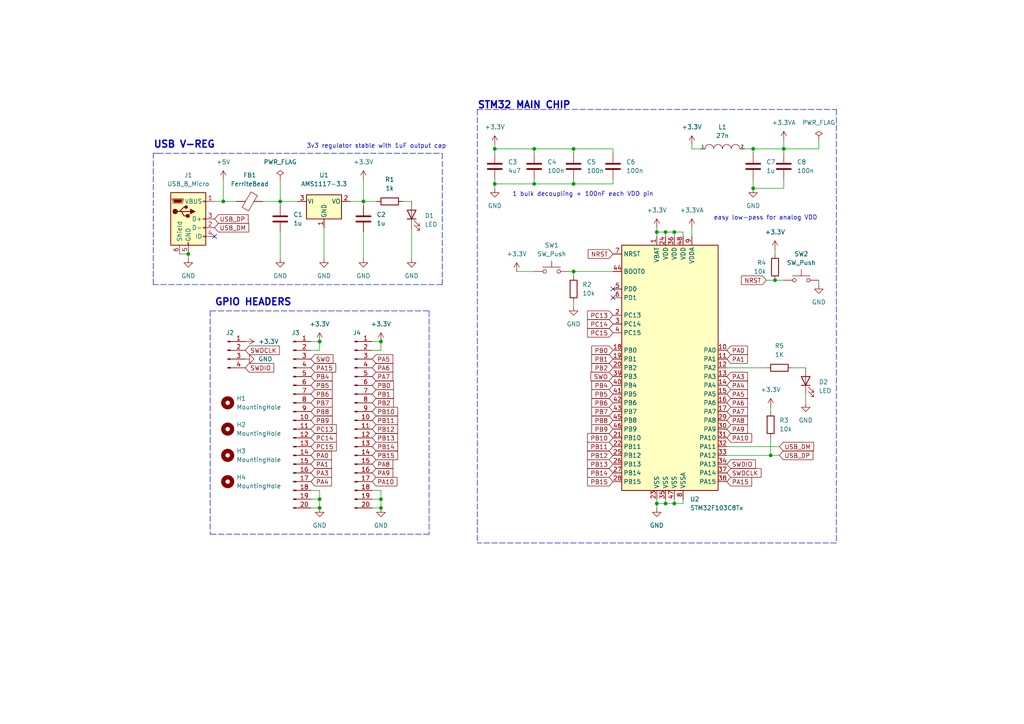
<source format=kicad_sch>
(kicad_sch (version 20211123) (generator eeschema)
  (paper "A4")
  (lib_symbols
    (symbol "Connector:Conn_01x04_Male" (pin_names (offset 1.016) hide)
      (property "Reference" "J" (at 0 5.08 0))
      (property "Value" "Conn_01x04_Male" (at 0 -7.62 0))
      (symbol "Conn_01x04_Male_1_1"
        (polyline (pts (xy 1.27 -5.08) (xy 0.8636 -5.08)) (stroke (width 0.1524)))
        (polyline (pts (xy 1.27 -2.54) (xy 0.8636 -2.54)) (stroke (width 0.1524)))
        (polyline (pts (xy 1.27 0) (xy 0.8636 0)) (stroke (width 0.1524)))
        (polyline (pts (xy 1.27 2.54) (xy 0.8636 2.54)) (stroke (width 0.1524)))
        (rectangle (start 0.8636 -4.953) (end 0 -5.207) (stroke (width 0.1524)) (fill (type outline)))
        (rectangle (start 0.8636 -2.413) (end 0 -2.667) (stroke (width 0.1524)) (fill (type outline)))
        (rectangle (start 0.8636 0.127) (end 0 -0.127) (stroke (width 0.1524)) (fill (type outline)))
        (rectangle (start 0.8636 2.667) (end 0 2.413) (stroke (width 0.1524)) (fill (type outline)))
        (pin passive line (at 5.08 2.54 180) (length 3.81) (name "Pin_1") (number "1"))
        (pin passive line (at 5.08 0 180) (length 3.81) (name "Pin_2") (number "2"))
        (pin passive line (at 5.08 -2.54 180) (length 3.81) (name "Pin_3") (number "3"))
        (pin passive line (at 5.08 -5.08 180) (length 3.81) (name "Pin_4") (number "4"))
      )
    )
    (symbol "Connector:Conn_01x20_Male" (pin_names (offset 1.016) hide)
      (property "Reference" "J" (at 0 25.4 0))
      (property "Value" "Conn_01x20_Male" (at 0 -27.94 0))
      (symbol "Conn_01x20_Male_1_1"
        (polyline (pts (xy 1.27 -25.4) (xy 0.8636 -25.4)) (stroke (width 0.1524)))
        (polyline (pts (xy 1.27 -22.86) (xy 0.8636 -22.86)) (stroke (width 0.1524)))
        (polyline (pts (xy 1.27 -20.32) (xy 0.8636 -20.32)) (stroke (width 0.1524)))
        (polyline (pts (xy 1.27 -17.78) (xy 0.8636 -17.78)) (stroke (width 0.1524)))
        (polyline (pts (xy 1.27 -15.24) (xy 0.8636 -15.24)) (stroke (width 0.1524)))
        (polyline (pts (xy 1.27 -12.7) (xy 0.8636 -12.7)) (stroke (width 0.1524)))
        (polyline (pts (xy 1.27 -10.16) (xy 0.8636 -10.16)) (stroke (width 0.1524)))
        (polyline (pts (xy 1.27 -7.62) (xy 0.8636 -7.62)) (stroke (width 0.1524)))
        (polyline (pts (xy 1.27 -5.08) (xy 0.8636 -5.08)) (stroke (width 0.1524)))
        (polyline (pts (xy 1.27 -2.54) (xy 0.8636 -2.54)) (stroke (width 0.1524)))
        (polyline (pts (xy 1.27 0) (xy 0.8636 0)) (stroke (width 0.1524)))
        (polyline (pts (xy 1.27 2.54) (xy 0.8636 2.54)) (stroke (width 0.1524)))
        (polyline (pts (xy 1.27 5.08) (xy 0.8636 5.08)) (stroke (width 0.1524)))
        (polyline (pts (xy 1.27 7.62) (xy 0.8636 7.62)) (stroke (width 0.1524)))
        (polyline (pts (xy 1.27 10.16) (xy 0.8636 10.16)) (stroke (width 0.1524)))
        (polyline (pts (xy 1.27 12.7) (xy 0.8636 12.7)) (stroke (width 0.1524)))
        (polyline (pts (xy 1.27 15.24) (xy 0.8636 15.24)) (stroke (width 0.1524)))
        (polyline (pts (xy 1.27 17.78) (xy 0.8636 17.78)) (stroke (width 0.1524)))
        (polyline (pts (xy 1.27 20.32) (xy 0.8636 20.32)) (stroke (width 0.1524)))
        (polyline (pts (xy 1.27 22.86) (xy 0.8636 22.86)) (stroke (width 0.1524)))
        (rectangle (start 0.8636 -25.273) (end 0 -25.527) (stroke (width 0.1524)) (fill (type outline)))
        (rectangle (start 0.8636 -22.733) (end 0 -22.987) (stroke (width 0.1524)) (fill (type outline)))
        (rectangle (start 0.8636 -20.193) (end 0 -20.447) (stroke (width 0.1524)) (fill (type outline)))
        (rectangle (start 0.8636 -17.653) (end 0 -17.907) (stroke (width 0.1524)) (fill (type outline)))
        (rectangle (start 0.8636 -15.113) (end 0 -15.367) (stroke (width 0.1524)) (fill (type outline)))
        (rectangle (start 0.8636 -12.573) (end 0 -12.827) (stroke (width 0.1524)) (fill (type outline)))
        (rectangle (start 0.8636 -10.033) (end 0 -10.287) (stroke (width 0.1524)) (fill (type outline)))
        (rectangle (start 0.8636 -7.493) (end 0 -7.747) (stroke (width 0.1524)) (fill (type outline)))
        (rectangle (start 0.8636 -4.953) (end 0 -5.207) (stroke (width 0.1524)) (fill (type outline)))
        (rectangle (start 0.8636 -2.413) (end 0 -2.667) (stroke (width 0.1524)) (fill (type outline)))
        (rectangle (start 0.8636 0.127) (end 0 -0.127) (stroke (width 0.1524)) (fill (type outline)))
        (rectangle (start 0.8636 2.667) (end 0 2.413) (stroke (width 0.1524)) (fill (type outline)))
        (rectangle (start 0.8636 5.207) (end 0 4.953) (stroke (width 0.1524)) (fill (type outline)))
        (rectangle (start 0.8636 7.747) (end 0 7.493) (stroke (width 0.1524)) (fill (type outline)))
        (rectangle (start 0.8636 10.287) (end 0 10.033) (stroke (width 0.1524)) (fill (type outline)))
        (rectangle (start 0.8636 12.827) (end 0 12.573) (stroke (width 0.1524)) (fill (type outline)))
        (rectangle (start 0.8636 15.367) (end 0 15.113) (stroke (width 0.1524)) (fill (type outline)))
        (rectangle (start 0.8636 17.907) (end 0 17.653) (stroke (width 0.1524)) (fill (type outline)))
        (rectangle (start 0.8636 20.447) (end 0 20.193) (stroke (width 0.1524)) (fill (type outline)))
        (rectangle (start 0.8636 22.987) (end 0 22.733) (stroke (width 0.1524)) (fill (type outline)))
        (pin passive line (at 5.08 22.86 180) (length 3.81) (name "Pin_1") (number "1"))
        (pin passive line (at 5.08 0 180) (length 3.81) (name "Pin_10") (number "10"))
        (pin passive line (at 5.08 -2.54 180) (length 3.81) (name "Pin_11") (number "11"))
        (pin passive line (at 5.08 -5.08 180) (length 3.81) (name "Pin_12") (number "12"))
        (pin passive line (at 5.08 -7.62 180) (length 3.81) (name "Pin_13") (number "13"))
        (pin passive line (at 5.08 -10.16 180) (length 3.81) (name "Pin_14") (number "14"))
        (pin passive line (at 5.08 -12.7 180) (length 3.81) (name "Pin_15") (number "15"))
        (pin passive line (at 5.08 -15.24 180) (length 3.81) (name "Pin_16") (number "16"))
        (pin passive line (at 5.08 -17.78 180) (length 3.81) (name "Pin_17") (number "17"))
        (pin passive line (at 5.08 -20.32 180) (length 3.81) (name "Pin_18") (number "18"))
        (pin passive line (at 5.08 -22.86 180) (length 3.81) (name "Pin_19") (number "19"))
        (pin passive line (at 5.08 20.32 180) (length 3.81) (name "Pin_2") (number "2"))
        (pin passive line (at 5.08 -25.4 180) (length 3.81) (name "Pin_20") (number "20"))
        (pin passive line (at 5.08 17.78 180) (length 3.81) (name "Pin_3") (number "3"))
        (pin passive line (at 5.08 15.24 180) (length 3.81) (name "Pin_4") (number "4"))
        (pin passive line (at 5.08 12.7 180) (length 3.81) (name "Pin_5") (number "5"))
        (pin passive line (at 5.08 10.16 180) (length 3.81) (name "Pin_6") (number "6"))
        (pin passive line (at 5.08 7.62 180) (length 3.81) (name "Pin_7") (number "7"))
        (pin passive line (at 5.08 5.08 180) (length 3.81) (name "Pin_8") (number "8"))
        (pin passive line (at 5.08 2.54 180) (length 3.81) (name "Pin_9") (number "9"))
      )
    )
    (symbol "Connector:USB_B_Micro" (pin_names (offset 1.016))
      (property "Reference" "J" (at -5.08 11.43 0))
      (property "Value" "USB_B_Micro" (at -5.08 8.89 0))
      (symbol "USB_B_Micro_0_1"
        (rectangle (start -5.08 -7.62) (end 5.08 7.62) (stroke (width 0.254)) (fill (type background)))
        (circle (center -3.81 2.159) (radius 0.635) (stroke (width 0.254)) (fill (type outline)))
        (circle (center -0.635 3.429) (radius 0.381) (stroke (width 0.254)) (fill (type outline)))
        (rectangle (start -0.127 -7.62) (end 0.127 -6.858))
        (polyline (pts (xy -1.905 2.159) (xy 0.635 2.159)) (stroke (width 0.254)))
        (polyline (pts (xy -3.175 2.159) (xy -2.54 2.159) (xy -1.27 3.429) (xy -0.635 3.429)) (stroke (width 0.254)))
        (polyline (pts (xy -2.54 2.159) (xy -1.905 2.159) (xy -1.27 0.889) (xy 0 0.889)) (stroke (width 0.254)))
        (polyline (pts (xy 0.635 2.794) (xy 0.635 1.524) (xy 1.905 2.159) (xy 0.635 2.794)) (stroke (width 0.254)) (fill (type outline)))
        (polyline (pts (xy -4.318 5.588) (xy -1.778 5.588) (xy -2.032 4.826) (xy -4.064 4.826) (xy -4.318 5.588)) (fill (type outline)))
        (polyline (pts (xy -4.699 5.842) (xy -4.699 5.588) (xy -4.445 4.826) (xy -4.445 4.572) (xy -1.651 4.572) (xy -1.651 4.826) (xy -1.397 5.588) (xy -1.397 5.842) (xy -4.699 5.842)))
        (rectangle (start 0.254 1.27) (end -0.508 0.508) (stroke (width 0.254)) (fill (type outline)))
        (rectangle (start 5.08 -5.207) (end 4.318 -4.953))
        (rectangle (start 5.08 -2.667) (end 4.318 -2.413))
        (rectangle (start 5.08 -0.127) (end 4.318 0.127))
        (rectangle (start 5.08 4.953) (end 4.318 5.207))
      )
      (symbol "USB_B_Micro_1_1"
        (pin power_out line (at 7.62 5.08 180) (length 2.54) (name "VBUS") (number "1"))
        (pin bidirectional line (at 7.62 -2.54 180) (length 2.54) (name "D-") (number "2"))
        (pin bidirectional line (at 7.62 0 180) (length 2.54) (name "D+") (number "3"))
        (pin passive line (at 7.62 -5.08 180) (length 2.54) (name "ID") (number "4"))
        (pin power_out line (at 0 -10.16 90) (length 2.54) (name "GND") (number "5"))
        (pin passive line (at -2.54 -10.16 90) (length 2.54) (name "Shield") (number "6"))
      )
    )
    (symbol "Device:C" (pin_numbers hide) (pin_names (offset 0.254))
      (property "Reference" "C" (at 0.635 2.54 0))
      (property "Value" "C" (at 0.635 -2.54 0))
      (symbol "C_0_1"
        (polyline (pts (xy -2.032 -0.762) (xy 2.032 -0.762)) (stroke (width 0.508)))
        (polyline (pts (xy -2.032 0.762) (xy 2.032 0.762)) (stroke (width 0.508)))
      )
      (symbol "C_1_1"
        (pin passive line (at 0 3.81 270) (length 2.794) (name "~") (number "1"))
        (pin passive line (at 0 -3.81 90) (length 2.794) (name "~") (number "2"))
      )
    )
    (symbol "Device:FerriteBead" (pin_numbers hide) (pin_names (offset 0))
      (property "Reference" "FB" (at -3.81 0.635 90))
      (property "Value" "FerriteBead" (at 3.81 0 90))
      (symbol "FerriteBead_0_1"
        (polyline (pts (xy 0 -1.27) (xy 0 -1.2192)))
        (polyline (pts (xy 0 1.27) (xy 0 1.2954)))
        (polyline (pts (xy -2.7686 0.4064) (xy -1.7018 2.2606) (xy 2.7686 -0.3048) (xy 1.6764 -2.159) (xy -2.7686 0.4064)))
      )
      (symbol "FerriteBead_1_1"
        (pin passive line (at 0 3.81 270) (length 2.54) (name "~") (number "1"))
        (pin passive line (at 0 -3.81 90) (length 2.54) (name "~") (number "2"))
      )
    )
    (symbol "Device:LED" (pin_numbers hide) (pin_names (offset 1.016) hide)
      (property "Reference" "D" (at 0 2.54 0))
      (property "Value" "LED" (at 0 -2.54 0))
      (symbol "LED_0_1"
        (polyline (pts (xy -1.27 -1.27) (xy -1.27 1.27)) (stroke (width 0.254)))
        (polyline (pts (xy -1.27 0) (xy 1.27 0)))
        (polyline (pts (xy 1.27 -1.27) (xy 1.27 1.27) (xy -1.27 0) (xy 1.27 -1.27)) (stroke (width 0.254)))
        (polyline (pts (xy -3.048 -0.762) (xy -4.572 -2.286) (xy -3.81 -2.286) (xy -4.572 -2.286) (xy -4.572 -1.524)))
        (polyline (pts (xy -1.778 -0.762) (xy -3.302 -2.286) (xy -2.54 -2.286) (xy -3.302 -2.286) (xy -3.302 -1.524)))
      )
      (symbol "LED_1_1"
        (pin passive line (at -3.81 0 0) (length 2.54) (name "K") (number "1"))
        (pin passive line (at 3.81 0 180) (length 2.54) (name "A") (number "2"))
      )
    )
    (symbol "Device:R" (pin_numbers hide) (pin_names (offset 0))
      (property "Reference" "R" (at 2.032 0 90))
      (property "Value" "R" (at 0 0 90))
      (symbol "R_0_1"
        (rectangle (start -1.016 -2.54) (end 1.016 2.54) (stroke (width 0.254)))
      )
      (symbol "R_1_1"
        (pin passive line (at 0 3.81 270) (length 1.27) (name "~") (number "1"))
        (pin passive line (at 0 -3.81 90) (length 1.27) (name "~") (number "2"))
      )
    )
    (symbol "MCU_ST_STM32F1:STM32F103C8Tx"
      (property "Reference" "U" (at -15.24 36.83 0))
      (property "Value" "STM32F103C8Tx" (at 7.62 36.83 0))
      (symbol "STM32F103C8Tx_0_1"
        (rectangle (start -15.24 -35.56) (end 12.7 35.56) (stroke (width 0.254)) (fill (type background)))
      )
      (symbol "STM32F103C8Tx_1_1"
        (pin power_in line (at -5.08 38.1 270) (length 2.54) (name "VBAT") (number "1"))
        (pin bidirectional line (at 15.24 5.08 180) (length 2.54) (name "PA0") (number "10"))
        (pin bidirectional line (at 15.24 2.54 180) (length 2.54) (name "PA1") (number "11"))
        (pin bidirectional line (at 15.24 0 180) (length 2.54) (name "PA2") (number "12"))
        (pin bidirectional line (at 15.24 -2.54 180) (length 2.54) (name "PA3") (number "13"))
        (pin bidirectional line (at 15.24 -5.08 180) (length 2.54) (name "PA4") (number "14"))
        (pin bidirectional line (at 15.24 -7.62 180) (length 2.54) (name "PA5") (number "15"))
        (pin bidirectional line (at 15.24 -10.16 180) (length 2.54) (name "PA6") (number "16"))
        (pin bidirectional line (at 15.24 -12.7 180) (length 2.54) (name "PA7") (number "17"))
        (pin bidirectional line (at -17.78 5.08 0) (length 2.54) (name "PB0") (number "18"))
        (pin bidirectional line (at -17.78 2.54 0) (length 2.54) (name "PB1") (number "19"))
        (pin bidirectional line (at -17.78 15.24 0) (length 2.54) (name "PC13") (number "2"))
        (pin bidirectional line (at -17.78 0 0) (length 2.54) (name "PB2") (number "20"))
        (pin bidirectional line (at -17.78 -20.32 0) (length 2.54) (name "PB10") (number "21"))
        (pin bidirectional line (at -17.78 -22.86 0) (length 2.54) (name "PB11") (number "22"))
        (pin power_in line (at -5.08 -38.1 90) (length 2.54) (name "VSS") (number "23"))
        (pin power_in line (at -2.54 38.1 270) (length 2.54) (name "VDD") (number "24"))
        (pin bidirectional line (at -17.78 -25.4 0) (length 2.54) (name "PB12") (number "25"))
        (pin bidirectional line (at -17.78 -27.94 0) (length 2.54) (name "PB13") (number "26"))
        (pin bidirectional line (at -17.78 -30.48 0) (length 2.54) (name "PB14") (number "27"))
        (pin bidirectional line (at -17.78 -33.02 0) (length 2.54) (name "PB15") (number "28"))
        (pin bidirectional line (at 15.24 -15.24 180) (length 2.54) (name "PA8") (number "29"))
        (pin bidirectional line (at -17.78 12.7 0) (length 2.54) (name "PC14") (number "3"))
        (pin bidirectional line (at 15.24 -17.78 180) (length 2.54) (name "PA9") (number "30"))
        (pin bidirectional line (at 15.24 -20.32 180) (length 2.54) (name "PA10") (number "31"))
        (pin bidirectional line (at 15.24 -22.86 180) (length 2.54) (name "PA11") (number "32"))
        (pin bidirectional line (at 15.24 -25.4 180) (length 2.54) (name "PA12") (number "33"))
        (pin bidirectional line (at 15.24 -27.94 180) (length 2.54) (name "PA13") (number "34"))
        (pin power_in line (at -2.54 -38.1 90) (length 2.54) (name "VSS") (number "35"))
        (pin power_in line (at 0 38.1 270) (length 2.54) (name "VDD") (number "36"))
        (pin bidirectional line (at 15.24 -30.48 180) (length 2.54) (name "PA14") (number "37"))
        (pin bidirectional line (at 15.24 -33.02 180) (length 2.54) (name "PA15") (number "38"))
        (pin bidirectional line (at -17.78 -2.54 0) (length 2.54) (name "PB3") (number "39"))
        (pin bidirectional line (at -17.78 10.16 0) (length 2.54) (name "PC15") (number "4"))
        (pin bidirectional line (at -17.78 -5.08 0) (length 2.54) (name "PB4") (number "40"))
        (pin bidirectional line (at -17.78 -7.62 0) (length 2.54) (name "PB5") (number "41"))
        (pin bidirectional line (at -17.78 -10.16 0) (length 2.54) (name "PB6") (number "42"))
        (pin bidirectional line (at -17.78 -12.7 0) (length 2.54) (name "PB7") (number "43"))
        (pin input line (at -17.78 27.94 0) (length 2.54) (name "BOOT0") (number "44"))
        (pin bidirectional line (at -17.78 -15.24 0) (length 2.54) (name "PB8") (number "45"))
        (pin bidirectional line (at -17.78 -17.78 0) (length 2.54) (name "PB9") (number "46"))
        (pin power_in line (at 0 -38.1 90) (length 2.54) (name "VSS") (number "47"))
        (pin power_in line (at 2.54 38.1 270) (length 2.54) (name "VDD") (number "48"))
        (pin input line (at -17.78 22.86 0) (length 2.54) (name "PD0") (number "5"))
        (pin input line (at -17.78 20.32 0) (length 2.54) (name "PD1") (number "6"))
        (pin input line (at -17.78 33.02 0) (length 2.54) (name "NRST") (number "7"))
        (pin power_in line (at 2.54 -38.1 90) (length 2.54) (name "VSSA") (number "8"))
        (pin power_in line (at 5.08 38.1 270) (length 2.54) (name "VDDA") (number "9"))
      )
    )
    (symbol "Mechanical:MountingHole" (pin_names (offset 1.016))
      (property "Reference" "H" (at 0 5.08 0))
      (property "Value" "MountingHole" (at 0 3.175 0))
      (symbol "MountingHole_0_1"
        (circle (center 0 0) (radius 1.27) (stroke (width 1.27)))
      )
    )
    (symbol "Regulator_Linear:AMS1117-3.3" (pin_names (offset 0.254))
      (property "Reference" "U" (at -3.81 3.175 0))
      (property "Value" "AMS1117-3.3" (at 0 3.175 0))
      (symbol "AMS1117-3.3_0_1"
        (rectangle (start -5.08 -5.08) (end 5.08 1.905) (stroke (width 0.254)) (fill (type background)))
      )
      (symbol "AMS1117-3.3_1_1"
        (pin power_in line (at 0 -7.62 90) (length 2.54) (name "GND") (number "1"))
        (pin power_out line (at 7.62 0 180) (length 2.54) (name "VO") (number "2"))
        (pin power_in line (at -7.62 0 0) (length 2.54) (name "VI") (number "3"))
      )
    )
    (symbol "Switch:SW_Push" (pin_numbers hide) (pin_names (offset 1.016) hide)
      (property "Reference" "SW" (at 1.27 2.54 0))
      (property "Value" "SW_Push" (at 0 -1.524 0))
      (symbol "SW_Push_0_1"
        (circle (center -2.032 0) (radius 0.508))
        (polyline (pts (xy 0 1.27) (xy 0 3.048)))
        (polyline (pts (xy 2.54 1.27) (xy -2.54 1.27)))
        (circle (center 2.032 0) (radius 0.508))
        (pin passive line (at -5.08 0 0) (length 2.54) (name "1") (number "1"))
        (pin passive line (at 5.08 0 180) (length 2.54) (name "2") (number "2"))
      )
    )
    (symbol "power:+3.3V" (power) (pin_names (offset 0))
      (property "Value" "+3.3V" (at 0 3.556 0))
      (symbol "+3.3V_0_1"
        (polyline (pts (xy -0.762 1.27) (xy 0 2.54)))
        (polyline (pts (xy 0 0) (xy 0 2.54)))
        (polyline (pts (xy 0 2.54) (xy 0.762 1.27)))
      )
      (symbol "+3.3V_1_1"
        (pin power_in line (at 0 0 90) (length 0) hide (name "+3.3V") (number "1"))
      )
    )
    (symbol "power:+3.3VA" (power) (pin_names (offset 0))
      (property "Value" "+3.3VA" (at 0 3.556 0))
      (symbol "+3.3VA_0_1"
        (polyline (pts (xy -0.762 1.27) (xy 0 2.54)))
        (polyline (pts (xy 0 0) (xy 0 2.54)))
        (polyline (pts (xy 0 2.54) (xy 0.762 1.27)))
      )
      (symbol "+3.3VA_1_1"
        (pin power_in line (at 0 0 90) (length 0) hide (name "+3.3VA") (number "1"))
      )
    )
    (symbol "power:+5V" (power) (pin_names (offset 0))
      (property "Value" "+5V" (at 0 3.556 0))
      (symbol "+5V_0_1"
        (polyline (pts (xy -0.762 1.27) (xy 0 2.54)))
        (polyline (pts (xy 0 0) (xy 0 2.54)))
        (polyline (pts (xy 0 2.54) (xy 0.762 1.27)))
      )
      (symbol "+5V_1_1"
        (pin power_in line (at 0 0 90) (length 0) hide (name "+5V") (number "1"))
      )
    )
    (symbol "power:GND" (power) (pin_names (offset 0))
      (property "Value" "GND" (at 0 -3.81 0))
      (symbol "GND_0_1"
        (polyline (pts (xy 0 0) (xy 0 -1.27) (xy 1.27 -1.27) (xy 0 -2.54) (xy -1.27 -1.27) (xy 0 -1.27)))
      )
      (symbol "GND_1_1"
        (pin power_in line (at 0 0 270) (length 0) hide (name "GND") (number "1"))
      )
    )
    (symbol "power:PWR_FLAG" (power) (pin_numbers hide) (pin_names (offset 0) hide)
      (property "Value" "PWR_FLAG" (at 0 3.81 0))
      (symbol "PWR_FLAG_0_0"
        (pin power_out line (at 0 0 90) (length 0) (name "pwr") (number "1"))
      )
      (symbol "PWR_FLAG_0_1"
        (polyline (pts (xy 0 0) (xy 0 1.27) (xy -1.016 1.905) (xy 0 2.54) (xy 1.016 1.905) (xy 0 1.27)))
      )
    )
    (symbol "pspice:INDUCTOR" (pin_numbers hide) (pin_names (offset 0))
      (property "Reference" "L" (at 0 2.54 0))
      (property "Value" "INDUCTOR" (at 0 -1.27 0))
      (symbol "INDUCTOR_0_1"
        (arc (start -2.54 0) (mid -3.81 1.27) (end -5.08 0))
        (arc (start 0 0) (mid -1.27 1.27) (end -2.54 0))
        (arc (start 2.54 0) (mid 1.27 1.27) (end 0 0))
        (arc (start 5.08 0) (mid 3.81 1.27) (end 2.54 0))
      )
      (symbol "INDUCTOR_1_1"
        (pin input line (at -6.35 0 0) (length 1.27) (name "1") (number "1"))
        (pin input line (at 6.35 0 180) (length 1.27) (name "2") (number "2"))
      )
    )
  )
  (junction (at 64.77 58.42))
  (junction (at 218.44 54.61))
  (junction (at 143.51 53.34))
  (junction (at 110.49 99.06))
  (junction (at 227.33 43.18))
  (junction (at 193.04 67.31))
  (junction (at 110.49 144.78))
  (junction (at 81.28 58.42))
  (junction (at 154.94 43.18))
  (junction (at 92.71 147.32))
  (junction (at 110.49 147.32))
  (junction (at 54.61 73.66))
  (junction (at 218.44 43.18))
  (junction (at 154.94 53.34))
  (junction (at 195.58 67.31))
  (junction (at 190.5 146.05))
  (junction (at 166.37 43.18))
  (junction (at 166.37 53.34))
  (junction (at 92.71 99.06))
  (junction (at 105.41 58.42))
  (junction (at 143.51 43.18))
  (junction (at 224.79 81.28))
  (junction (at 166.37 78.74))
  (junction (at 195.58 146.05))
  (junction (at 92.71 144.78))
  (junction (at 223.52 132.08))
  (junction (at 190.5 67.31))
  (junction (at 193.04 146.05))
  (no_connect (at 62.23 68.58))
  (no_connect (at 177.8 83.82))
  (no_connect (at 177.8 86.36))
  (wire (pts (xy 193.04 146.05) (xy 195.58 146.05)))
  (wire (pts (xy 166.37 87.63) (xy 166.37 88.9)))
  (wire (pts (xy 90.17 147.32) (xy 92.71 147.32)))
  (wire (pts (xy 76.2 58.42) (xy 81.28 58.42)))
  (wire (pts (xy 237.49 40.64) (xy 237.49 43.18)))
  (wire (pts (xy 90.17 99.06) (xy 92.71 99.06)))
  (wire (pts (xy 143.51 53.34) (xy 143.51 54.61)))
  (wire (pts (xy 105.41 58.42) (xy 109.22 58.42)))
  (wire (pts (xy 190.5 66.04) (xy 190.5 67.31)))
  (wire (pts (xy 166.37 53.34) (xy 177.8 53.34)))
  (wire (pts (xy 116.84 58.42) (xy 119.38 58.42)))
  (wire (pts (xy 149.86 78.74) (xy 154.94 78.74)))
  (wire (pts (xy 190.5 67.31) (xy 193.04 67.31)))
  (wire (pts (xy 105.41 67.31) (xy 105.41 74.93)))
  (wire (pts (xy 193.04 146.05) (xy 193.04 144.78)))
  (wire (pts (xy 154.94 53.34) (xy 166.37 53.34)))
  (wire (pts (xy 107.95 99.06) (xy 110.49 99.06)))
  (wire (pts (xy 64.77 58.42) (xy 68.58 58.42)))
  (wire (pts (xy 210.82 129.54) (xy 226.06 129.54)))
  (wire (pts (xy 223.52 118.11) (xy 223.52 119.38)))
  (wire (pts (xy 93.98 66.04) (xy 93.98 74.93)))
  (wire (pts (xy 64.77 52.07) (xy 64.77 58.42)))
  (wire (pts (xy 90.17 144.78) (xy 92.71 144.78)))
  (polyline (pts (xy 128.27 44.45) (xy 128.27 82.55)))
  (wire (pts (xy 107.95 101.6) (xy 110.49 101.6)))
  (polyline (pts (xy 124.46 90.17) (xy 124.46 154.94)))
  (polyline (pts (xy 44.45 82.55) (xy 44.45 44.45)))
  (wire (pts (xy 154.94 52.07) (xy 154.94 53.34)))
  (polyline (pts (xy 124.46 154.94) (xy 60.96 154.94)))
  (wire (pts (xy 198.12 146.05) (xy 198.12 144.78)))
  (wire (pts (xy 210.82 106.68) (xy 222.25 106.68)))
  (wire (pts (xy 166.37 78.74) (xy 166.37 80.01)))
  (wire (pts (xy 154.94 44.45) (xy 154.94 43.18)))
  (polyline (pts (xy 242.57 157.48) (xy 138.43 157.48)))
  (wire (pts (xy 224.79 72.39) (xy 224.79 73.66)))
  (wire (pts (xy 227.33 40.64) (xy 227.33 43.18)))
  (polyline (pts (xy 60.96 90.17) (xy 60.96 154.94)))
  (wire (pts (xy 177.8 43.18) (xy 177.8 44.45)))
  (wire (pts (xy 92.71 144.78) (xy 92.71 147.32)))
  (wire (pts (xy 154.94 53.34) (xy 143.51 53.34)))
  (polyline (pts (xy 45.72 44.45) (xy 128.27 44.45)))
  (wire (pts (xy 143.51 41.91) (xy 143.51 43.18)))
  (wire (pts (xy 200.66 43.18) (xy 200.66 41.91)))
  (wire (pts (xy 166.37 43.18) (xy 166.37 44.45)))
  (polyline (pts (xy 60.96 90.17) (xy 124.46 90.17)))
  (wire (pts (xy 237.49 81.28) (xy 237.49 82.55)))
  (wire (pts (xy 110.49 144.78) (xy 110.49 147.32)))
  (polyline (pts (xy 128.27 82.55) (xy 44.45 82.55)))
  (wire (pts (xy 223.52 132.08) (xy 226.06 132.08)))
  (wire (pts (xy 81.28 58.42) (xy 86.36 58.42)))
  (wire (pts (xy 107.95 144.78) (xy 110.49 144.78)))
  (wire (pts (xy 227.33 52.07) (xy 227.33 54.61)))
  (wire (pts (xy 190.5 68.58) (xy 190.5 67.31)))
  (wire (pts (xy 92.71 142.24) (xy 92.71 144.78)))
  (wire (pts (xy 195.58 67.31) (xy 195.58 68.58)))
  (wire (pts (xy 215.9 43.18) (xy 218.44 43.18)))
  (wire (pts (xy 223.52 127) (xy 223.52 132.08)))
  (wire (pts (xy 218.44 52.07) (xy 218.44 54.61)))
  (wire (pts (xy 110.49 101.6) (xy 110.49 99.06)))
  (wire (pts (xy 195.58 146.05) (xy 195.58 144.78)))
  (wire (pts (xy 193.04 67.31) (xy 193.04 68.58)))
  (wire (pts (xy 166.37 53.34) (xy 166.37 52.07)))
  (wire (pts (xy 107.95 147.32) (xy 110.49 147.32)))
  (wire (pts (xy 143.51 52.07) (xy 143.51 53.34)))
  (wire (pts (xy 166.37 78.74) (xy 177.8 78.74)))
  (wire (pts (xy 119.38 66.04) (xy 119.38 74.93)))
  (wire (pts (xy 229.87 106.68) (xy 233.68 106.68)))
  (wire (pts (xy 190.5 144.78) (xy 190.5 146.05)))
  (wire (pts (xy 81.28 67.31) (xy 81.28 74.93)))
  (wire (pts (xy 177.8 53.34) (xy 177.8 52.07)))
  (wire (pts (xy 105.41 58.42) (xy 105.41 59.69)))
  (wire (pts (xy 227.33 54.61) (xy 218.44 54.61)))
  (wire (pts (xy 90.17 142.24) (xy 92.71 142.24)))
  (wire (pts (xy 195.58 67.31) (xy 198.12 67.31)))
  (polyline (pts (xy 138.43 31.75) (xy 138.43 157.48)))
  (wire (pts (xy 195.58 146.05) (xy 198.12 146.05)))
  (wire (pts (xy 165.1 78.74) (xy 166.37 78.74)))
  (wire (pts (xy 101.6 58.42) (xy 105.41 58.42)))
  (wire (pts (xy 105.41 52.07) (xy 105.41 58.42)))
  (wire (pts (xy 81.28 52.07) (xy 81.28 58.42)))
  (wire (pts (xy 92.71 101.6) (xy 92.71 99.06)))
  (wire (pts (xy 200.66 66.04) (xy 200.66 68.58)))
  (wire (pts (xy 107.95 142.24) (xy 110.49 142.24)))
  (wire (pts (xy 143.51 43.18) (xy 143.51 44.45)))
  (wire (pts (xy 166.37 43.18) (xy 177.8 43.18)))
  (wire (pts (xy 110.49 142.24) (xy 110.49 144.78)))
  (polyline (pts (xy 138.43 31.75) (xy 242.57 31.75)))
  (wire (pts (xy 90.17 101.6) (xy 92.71 101.6)))
  (polyline (pts (xy 242.57 31.75) (xy 242.57 157.48)))
  (wire (pts (xy 218.44 43.18) (xy 218.44 44.45)))
  (wire (pts (xy 193.04 67.31) (xy 195.58 67.31)))
  (wire (pts (xy 203.2 43.18) (xy 200.66 43.18)))
  (wire (pts (xy 81.28 58.42) (xy 81.28 59.69)))
  (wire (pts (xy 218.44 43.18) (xy 227.33 43.18)))
  (wire (pts (xy 154.94 43.18) (xy 143.51 43.18)))
  (wire (pts (xy 222.25 81.28) (xy 224.79 81.28)))
  (wire (pts (xy 237.49 43.18) (xy 227.33 43.18)))
  (wire (pts (xy 190.5 146.05) (xy 190.5 147.32)))
  (wire (pts (xy 233.68 114.3) (xy 233.68 116.84)))
  (wire (pts (xy 227.33 43.18) (xy 227.33 44.45)))
  (wire (pts (xy 190.5 146.05) (xy 193.04 146.05)))
  (wire (pts (xy 52.07 73.66) (xy 54.61 73.66)))
  (wire (pts (xy 154.94 43.18) (xy 166.37 43.18)))
  (wire (pts (xy 224.79 81.28) (xy 227.33 81.28)))
  (wire (pts (xy 198.12 67.31) (xy 198.12 68.58)))
  (polyline (pts (xy 44.45 44.45) (xy 46.99 44.45)))
  (wire (pts (xy 62.23 58.42) (xy 64.77 58.42)))
  (wire (pts (xy 210.82 132.08) (xy 223.52 132.08)))
  (wire (pts (xy 54.61 73.66) (xy 54.61 74.93)))
  (text "3v3 regulator stable with 1uF output cap" (at 88.9 43.18 0) (effects (font (size 1.27 1.27)) (justify left bottom)))
  (text "1 bulk decoupling + 100nF each VDD pin" (at 148.59 57.15 0) (effects (font (size 1.27 1.27)) (justify left bottom)))
  (text "STM32 MAIN CHIP" (at 138.43 31.75 0) (effects (font (size 2 2) (thickness 0.4) bold) (justify left bottom)))
  (text "USB V-REG" (at 44.45 43.18 0) (effects (font (size 2 2) (thickness 0.4) bold) (justify left bottom)))
  (text "easy low-pass for analog VDD\n\n" (at 207.01 66.04 0) (effects (font (size 1.27 1.27)) (justify left bottom)))
  (text "GPIO HEADERS\n" (at 62.23 88.9 0) (effects (font (size 2 2) (thickness 0.4) bold) (justify left bottom)))
  (global_label "PA8" (shape input) (at 210.82 121.92 0) (property "Intersheet References" "${INTERSHEET_REFS}" (effects hide)))
  (global_label "PB14" (shape input) (at 177.8 137.16 180) (property "Intersheet References" "${INTERSHEET_REFS}" (effects hide)))
  (global_label "PB11" (shape input) (at 177.8 129.54 180) (property "Intersheet References" "${INTERSHEET_REFS}" (effects hide)))
  (global_label "SWDIO" (shape input) (at 71.12 106.68 0) (property "Intersheet References" "${INTERSHEET_REFS}" (effects hide)))
  (global_label "PB13" (shape input) (at 107.95 127 0) (property "Intersheet References" "${INTERSHEET_REFS}" (effects hide)))
  (global_label "PA9" (shape input) (at 210.82 124.46 0) (property "Intersheet References" "${INTERSHEET_REFS}" (effects hide)))
  (global_label "PA8" (shape input) (at 107.95 134.62 0) (property "Intersheet References" "${INTERSHEET_REFS}" (effects hide)))
  (global_label "PB2" (shape input) (at 107.95 116.84 0) (property "Intersheet References" "${INTERSHEET_REFS}" (effects hide)))
  (global_label "PB0" (shape input) (at 177.8 101.6 180) (property "Intersheet References" "${INTERSHEET_REFS}" (effects hide)))
  (global_label "PA4" (shape input) (at 90.17 139.7 0) (property "Intersheet References" "${INTERSHEET_REFS}" (effects hide)))
  (global_label "PA5" (shape input) (at 210.82 114.3 0) (property "Intersheet References" "${INTERSHEET_REFS}" (effects hide)))
  (global_label "PA15" (shape input) (at 90.17 106.68 0) (property "Intersheet References" "${INTERSHEET_REFS}" (effects hide)))
  (global_label "PB8" (shape input) (at 90.17 119.38 0) (property "Intersheet References" "${INTERSHEET_REFS}" (effects hide)))
  (global_label "PA6" (shape input) (at 107.95 106.68 0) (property "Intersheet References" "${INTERSHEET_REFS}" (effects hide)))
  (global_label "USB_DM" (shape input) (at 226.06 129.54 0) (property "Intersheet References" "${INTERSHEET_REFS}" (effects hide)))
  (global_label "PB12" (shape input) (at 107.95 124.46 0) (property "Intersheet References" "${INTERSHEET_REFS}" (effects hide)))
  (global_label "PB7" (shape input) (at 90.17 116.84 0) (property "Intersheet References" "${INTERSHEET_REFS}" (effects hide)))
  (global_label "PB7" (shape input) (at 177.8 119.38 180) (property "Intersheet References" "${INTERSHEET_REFS}" (effects hide)))
  (global_label "PB15" (shape input) (at 107.95 132.08 0) (property "Intersheet References" "${INTERSHEET_REFS}" (effects hide)))
  (global_label "PB8" (shape input) (at 177.8 121.92 180) (property "Intersheet References" "${INTERSHEET_REFS}" (effects hide)))
  (global_label "PB5" (shape input) (at 177.8 114.3 180) (property "Intersheet References" "${INTERSHEET_REFS}" (effects hide)))
  (global_label "SWDCLK" (shape input) (at 71.12 101.6 0) (property "Intersheet References" "${INTERSHEET_REFS}" (effects hide)))
  (global_label "PA7" (shape input) (at 210.82 119.38 0) (property "Intersheet References" "${INTERSHEET_REFS}" (effects hide)))
  (global_label "PB1" (shape input) (at 107.95 114.3 0) (property "Intersheet References" "${INTERSHEET_REFS}" (effects hide)))
  (global_label "PB14" (shape input) (at 107.95 129.54 0) (property "Intersheet References" "${INTERSHEET_REFS}" (effects hide)))
  (global_label "USB_DM" (shape input) (at 62.23 66.04 0) (property "Intersheet References" "${INTERSHEET_REFS}" (effects hide)))
  (global_label "PC15" (shape input) (at 177.8 96.52 180) (property "Intersheet References" "${INTERSHEET_REFS}" (effects hide)))
  (global_label "PA3" (shape input) (at 210.82 109.22 0) (property "Intersheet References" "${INTERSHEET_REFS}" (effects hide)))
  (global_label "PA1" (shape input) (at 90.17 134.62 0) (property "Intersheet References" "${INTERSHEET_REFS}" (effects hide)))
  (global_label "PB12" (shape input) (at 177.8 132.08 180) (property "Intersheet References" "${INTERSHEET_REFS}" (effects hide)))
  (global_label "PB6" (shape input) (at 90.17 114.3 0) (property "Intersheet References" "${INTERSHEET_REFS}" (effects hide)))
  (global_label "PB9" (shape input) (at 177.8 124.46 180) (property "Intersheet References" "${INTERSHEET_REFS}" (effects hide)))
  (global_label "SWO" (shape input) (at 177.8 109.22 180) (property "Intersheet References" "${INTERSHEET_REFS}" (effects hide)))
  (global_label "PB11" (shape input) (at 107.95 121.92 0) (property "Intersheet References" "${INTERSHEET_REFS}" (effects hide)))
  (global_label "PB10" (shape input) (at 177.8 127 180) (property "Intersheet References" "${INTERSHEET_REFS}" (effects hide)))
  (global_label "PB5" (shape input) (at 90.17 111.76 0) (property "Intersheet References" "${INTERSHEET_REFS}" (effects hide)))
  (global_label "PB4" (shape input) (at 177.8 111.76 180) (property "Intersheet References" "${INTERSHEET_REFS}" (effects hide)))
  (global_label "SWDCLK" (shape input) (at 210.82 137.16 0) (property "Intersheet References" "${INTERSHEET_REFS}" (effects hide)))
  (global_label "PA5" (shape input) (at 107.95 104.14 0) (property "Intersheet References" "${INTERSHEET_REFS}" (effects hide)))
  (global_label "PA4" (shape input) (at 210.82 111.76 0) (property "Intersheet References" "${INTERSHEET_REFS}" (effects hide)))
  (global_label "PB9" (shape input) (at 90.17 121.92 0) (property "Intersheet References" "${INTERSHEET_REFS}" (effects hide)))
  (global_label "PB1" (shape input) (at 177.8 104.14 180) (property "Intersheet References" "${INTERSHEET_REFS}" (effects hide)))
  (global_label "NRST" (shape input) (at 177.8 73.66 180) (property "Intersheet References" "${INTERSHEET_REFS}" (effects hide)))
  (global_label "PC15" (shape input) (at 90.17 129.54 0) (property "Intersheet References" "${INTERSHEET_REFS}" (effects hide)))
  (global_label "PB6" (shape input) (at 177.8 116.84 180) (property "Intersheet References" "${INTERSHEET_REFS}" (effects hide)))
  (global_label "PA9" (shape input) (at 107.95 137.16 0) (property "Intersheet References" "${INTERSHEET_REFS}" (effects hide)))
  (global_label "SWDIO" (shape input) (at 210.82 134.62 0) (property "Intersheet References" "${INTERSHEET_REFS}" (effects hide)))
  (global_label "PA1" (shape input) (at 210.82 104.14 0) (property "Intersheet References" "${INTERSHEET_REFS}" (effects hide)))
  (global_label "PB13" (shape input) (at 177.8 134.62 180) (property "Intersheet References" "${INTERSHEET_REFS}" (effects hide)))
  (global_label "PA6" (shape input) (at 210.82 116.84 0) (property "Intersheet References" "${INTERSHEET_REFS}" (effects hide)))
  (global_label "NRST" (shape input) (at 222.25 81.28 180) (property "Intersheet References" "${INTERSHEET_REFS}" (effects hide)))
  (global_label "PA3" (shape input) (at 90.17 137.16 0) (property "Intersheet References" "${INTERSHEET_REFS}" (effects hide)))
  (global_label "PC13" (shape input) (at 177.8 91.44 180) (property "Intersheet References" "${INTERSHEET_REFS}" (effects hide)))
  (global_label "PC14" (shape input) (at 177.8 93.98 180) (property "Intersheet References" "${INTERSHEET_REFS}" (effects hide)))
  (global_label "PA10" (shape input) (at 107.95 139.7 0) (property "Intersheet References" "${INTERSHEET_REFS}" (effects hide)))
  (global_label "PB2" (shape input) (at 177.8 106.68 180) (property "Intersheet References" "${INTERSHEET_REFS}" (effects hide)))
  (global_label "PB0" (shape input) (at 107.95 111.76 0) (property "Intersheet References" "${INTERSHEET_REFS}" (effects hide)))
  (global_label "PB4" (shape input) (at 90.17 109.22 0) (property "Intersheet References" "${INTERSHEET_REFS}" (effects hide)))
  (global_label "PB15" (shape input) (at 177.8 139.7 180) (property "Intersheet References" "${INTERSHEET_REFS}" (effects hide)))
  (global_label "PC13" (shape input) (at 90.17 124.46 0) (property "Intersheet References" "${INTERSHEET_REFS}" (effects hide)))
  (global_label "SWO" (shape input) (at 90.17 104.14 0) (property "Intersheet References" "${INTERSHEET_REFS}" (effects hide)))
  (global_label "PA10" (shape input) (at 210.82 127 0) (property "Intersheet References" "${INTERSHEET_REFS}" (effects hide)))
  (global_label "USB_DP" (shape input) (at 62.23 63.5 0) (property "Intersheet References" "${INTERSHEET_REFS}" (effects hide)))
  (global_label "PB10" (shape input) (at 107.95 119.38 0) (property "Intersheet References" "${INTERSHEET_REFS}" (effects hide)))
  (global_label "PA15" (shape input) (at 210.82 139.7 0) (property "Intersheet References" "${INTERSHEET_REFS}" (effects hide)))
  (global_label "PA0" (shape input) (at 210.82 101.6 0) (property "Intersheet References" "${INTERSHEET_REFS}" (effects hide)))
  (global_label "PA7" (shape input) (at 107.95 109.22 0) (property "Intersheet References" "${INTERSHEET_REFS}" (effects hide)))
  (global_label "PA0" (shape input) (at 90.17 132.08 0) (property "Intersheet References" "${INTERSHEET_REFS}" (effects hide)))
  (global_label "USB_DP" (shape input) (at 226.06 132.08 0) (property "Intersheet References" "${INTERSHEET_REFS}" (effects hide)))
  (global_label "PC14" (shape input) (at 90.17 127 0) (property "Intersheet References" "${INTERSHEET_REFS}" (effects hide)))
  (symbol (lib_id "Switch:SW_Push") (at 160.02 78.74 0) (unit 1)
    (property "Reference" "SW1" (at 160.02 71.12 0))
    (property "Value" "SW_Push" (at 160.02 73.66 0))
    (property "Footprint" "Button_Switch_THT:SW_PUSH_6mm" (effects hide))
  )
  (symbol (lib_id "Device:C") (at 81.28 63.5 0) (unit 1)
    (property "Reference" "C1" (at 85.09 62.2299 0) (effects (justify left)))
    (property "Value" "1u" (at 85.09 64.7699 0) (effects (justify left)))
    (property "Footprint" "Capacitor_SMD:C_0805_2012Metric_Pad1.18x1.45mm_HandSolder" (effects hide))
  )
  (symbol (lib_id "Connector:Conn_01x20_Male") (at 85.09 121.92 0) (unit 1)
    (property "Reference" "J3" (at 85.725 96.52 0))
    (property "Value" "Conn_01x20_Male" (effects hide))
    (property "Footprint" "Connector_PinHeader_2.54mm:PinHeader_1x20_P2.54mm_Vertical" (effects hide))
  )
  (symbol (lib_id "Mechanical:MountingHole") (at 66.04 116.84 0) (unit 1)
    (property "Reference" "H1" (at 68.58 115.5699 0) (effects (justify left)))
    (property "Value" "MountingHole" (at 68.58 118.1099 0) (effects (justify left)))
    (property "Footprint" "MountingHole:MountingHole_2.5mm_Pad" (effects hide))
  )
  (symbol (lib_id "Connector:USB_B_Micro") (at 54.61 63.5 0) (unit 1)
    (property "Reference" "J1" (at 54.61 50.8 0))
    (property "Value" "USB_B_Micro" (at 54.61 53.34 0))
    (property "Footprint" "Connector_USB:USB_Micro-B_Wuerth_629105150521" (effects hide))
  )
  (symbol (lib_id "power:GND") (at 233.68 116.84 0) (unit 1)
    (property "Reference" "#PWR026" (effects hide))
    (property "Value" "GND" (at 233.68 121.92 0))
  )
  (symbol (lib_id "Mechanical:MountingHole") (at 66.04 124.46 0) (unit 1)
    (property "Reference" "H2" (at 68.58 123.1899 0) (effects (justify left)))
    (property "Value" "MountingHole" (at 68.58 125.7299 0) (effects (justify left)))
    (property "Footprint" "MountingHole:MountingHole_2.5mm_Pad" (effects hide))
  )
  (symbol (lib_id "Device:C") (at 177.8 48.26 0) (unit 1)
    (property "Reference" "C6" (at 181.61 46.9899 0) (effects (justify left)))
    (property "Value" "100n" (at 181.61 49.5299 0) (effects (justify left)))
    (property "Footprint" "Capacitor_SMD:C_0805_2012Metric_Pad1.18x1.45mm_HandSolder" (effects hide))
  )
  (symbol (lib_id "Device:C") (at 227.33 48.26 0) (unit 1)
    (property "Reference" "C8" (at 231.14 46.9899 0) (effects (justify left)))
    (property "Value" "100n" (at 231.14 49.5299 0) (effects (justify left)))
    (property "Footprint" "Capacitor_SMD:C_0805_2012Metric_Pad1.18x1.45mm_HandSolder" (effects hide))
  )
  (symbol (lib_id "power:+3.3V") (at 105.41 52.07 0) (unit 1)
    (property "Reference" "#PWR09" (effects hide))
    (property "Value" "+3.3V" (at 105.41 46.99 0))
  )
  (symbol (lib_id "power:+5V") (at 64.77 52.07 0) (unit 1)
    (property "Reference" "#PWR02" (effects hide))
    (property "Value" "+5V" (at 64.77 46.99 0))
  )
  (symbol (lib_id "power:GND") (at 119.38 74.93 0) (unit 1)
    (property "Reference" "#PWR013" (effects hide))
    (property "Value" "GND" (at 119.38 80.01 0))
  )
  (symbol (lib_id "pspice:INDUCTOR") (at 209.55 43.18 0) (unit 1)
    (property "Reference" "L1" (at 209.55 36.83 0))
    (property "Value" "27n" (at 209.55 39.37 0))
    (property "Footprint" "Inductor_SMD:L_0805_2012Metric_Pad1.05x1.20mm_HandSolder" (effects hide))
  )
  (symbol (lib_id "Device:R") (at 113.03 58.42 270) (unit 1)
    (property "Reference" "R1" (at 113.03 52.07 90))
    (property "Value" "1k" (at 113.03 54.61 90))
    (property "Footprint" "Resistor_SMD:R_0805_2012Metric_Pad1.20x1.40mm_HandSolder" (effects hide))
  )
  (symbol (lib_id "Connector:Conn_01x20_Male") (at 102.87 121.92 0) (unit 1)
    (property "Reference" "J4" (at 103.505 96.52 0))
    (property "Value" "Conn_01x20_Male" (effects hide))
    (property "Footprint" "Connector_PinHeader_2.54mm:PinHeader_1x20_P2.54mm_Vertical" (effects hide))
  )
  (symbol (lib_id "Device:R") (at 226.06 106.68 90) (unit 1)
    (property "Reference" "R5" (at 226.06 100.33 90))
    (property "Value" "1K" (at 226.06 102.87 90))
    (property "Footprint" "Resistor_SMD:R_0805_2012Metric_Pad1.20x1.40mm_HandSolder" (effects hide))
  )
  (symbol (lib_id "power:GND") (at 93.98 74.93 0) (unit 1)
    (property "Reference" "#PWR08" (effects hide))
    (property "Value" "GND" (at 93.98 80.01 0))
  )
  (symbol (lib_id "Mechanical:MountingHole") (at 66.04 132.08 0) (unit 1)
    (property "Reference" "H3" (at 68.58 130.8099 0) (effects (justify left)))
    (property "Value" "MountingHole" (at 68.58 133.3499 0) (effects (justify left)))
    (property "Footprint" "MountingHole:MountingHole_2.5mm_Pad" (effects hide))
  )
  (symbol (lib_id "power:+3.3V") (at 149.86 78.74 0) (unit 1)
    (property "Reference" "#PWR016" (effects hide))
    (property "Value" "+3.3V" (at 149.86 73.66 0))
  )
  (symbol (lib_id "power:+3.3V") (at 190.5 66.04 0) (unit 1)
    (property "Reference" "#PWR018" (effects hide))
    (property "Value" "+3.3V" (at 190.5 60.96 0))
  )
  (symbol (lib_id "power:GND") (at 54.61 74.93 0) (unit 1)
    (property "Reference" "#PWR01" (effects hide))
    (property "Value" "GND" (at 54.61 80.01 0))
  )
  (symbol (lib_id "power:GND") (at 166.37 88.9 0) (unit 1)
    (property "Reference" "#PWR017" (effects hide))
    (property "Value" "GND" (at 166.37 93.98 0))
  )
  (symbol (lib_id "power:+3.3V") (at 92.71 99.06 0) (unit 1)
    (property "Reference" "#PWR06" (effects hide))
    (property "Value" "+3.3V" (at 92.71 93.98 0))
  )
  (symbol (lib_id "power:GND") (at 71.12 104.14 90) (unit 1)
    (property "Reference" "#PWR04" (effects hide))
    (property "Value" "GND" (at 74.93 104.1399 90) (effects (justify right)))
  )
  (symbol (lib_id "power:PWR_FLAG") (at 81.28 52.07 0) (unit 1)
    (property "Reference" "#FLG01" (effects hide))
    (property "Value" "PWR_FLAG" (at 81.28 46.99 0))
  )
  (symbol (lib_id "power:GND") (at 143.51 54.61 0) (unit 1)
    (property "Reference" "#PWR015" (effects hide))
    (property "Value" "GND" (at 143.51 59.69 0))
  )
  (symbol (lib_id "power:+3.3V") (at 110.49 99.06 0) (unit 1)
    (property "Reference" "#PWR011" (effects hide))
    (property "Value" "+3.3V" (at 110.49 93.98 0))
  )
  (symbol (lib_id "power:PWR_FLAG") (at 237.49 40.64 0) (unit 1)
    (property "Reference" "#FLG02" (effects hide))
    (property "Value" "PWR_FLAG" (at 237.49 35.56 0))
  )
  (symbol (lib_id "Device:C") (at 166.37 48.26 0) (unit 1)
    (property "Reference" "C5" (at 170.18 46.9899 0) (effects (justify left)))
    (property "Value" "100n" (at 170.18 49.5299 0) (effects (justify left)))
    (property "Footprint" "Capacitor_SMD:C_0805_2012Metric_Pad1.18x1.45mm_HandSolder" (effects hide))
  )
  (symbol (lib_id "power:+3.3V") (at 224.79 72.39 0) (unit 1)
    (property "Reference" "#PWR024" (effects hide))
    (property "Value" "+3.3V" (at 224.79 67.31 0))
  )
  (symbol (lib_id "Regulator_Linear:AMS1117-3.3") (at 93.98 58.42 0) (unit 1)
    (property "Reference" "U1" (at 93.98 50.8 0))
    (property "Value" "AMS1117-3.3" (at 93.98 53.34 0))
    (property "Footprint" "Package_TO_SOT_SMD:SOT-223-3_TabPin2" (effects hide))
    (property "Datasheet" "http://www.advanced-monolithic.com/pdf/ds1117.pdf" (effects hide))
  )
  (symbol (lib_id "MCU_ST_STM32F1:STM32F103C8Tx") (at 195.58 106.68 0) (unit 1)
    (property "Reference" "U2" (at 200.1394 144.78 0) (effects (justify left)))
    (property "Value" "STM32F103C8Tx" (at 200.1394 147.32 0) (effects (justify left)))
    (property "Footprint" "Package_QFP:LQFP-48_7x7mm_P0.5mm" (effects hide))
    (property "Datasheet" "http://www.st.com/st-web-ui/static/active/en/resource/technical/document/datasheet/CD00161566.pdf" (effects hide))
  )
  (symbol (lib_id "Mechanical:MountingHole") (at 66.04 139.7 0) (unit 1)
    (property "Reference" "H4" (at 68.58 138.4299 0) (effects (justify left)))
    (property "Value" "MountingHole" (at 68.58 140.9699 0) (effects (justify left)))
    (property "Footprint" "MountingHole:MountingHole_2.5mm_Pad" (effects hide))
  )
  (symbol (lib_id "power:GND") (at 81.28 74.93 0) (unit 1)
    (property "Reference" "#PWR05" (effects hide))
    (property "Value" "GND" (at 81.28 80.01 0))
  )
  (symbol (lib_id "Device:C") (at 218.44 48.26 0) (unit 1)
    (property "Reference" "C7" (at 222.25 46.9899 0) (effects (justify left)))
    (property "Value" "1u" (at 222.25 49.5299 0) (effects (justify left)))
    (property "Footprint" "Capacitor_SMD:C_0805_2012Metric_Pad1.18x1.45mm_HandSolder" (effects hide))
  )
  (symbol (lib_id "Switch:SW_Push") (at 232.41 81.28 0) (mirror y) (unit 1)
    (property "Reference" "SW2" (at 232.41 73.66 0))
    (property "Value" "SW_Push" (at 232.41 76.2 0))
    (property "Footprint" "Button_Switch_THT:SW_PUSH_6mm" (effects hide))
  )
  (symbol (lib_id "Device:R") (at 166.37 83.82 0) (unit 1)
    (property "Reference" "R2" (at 168.91 82.5499 0) (effects (justify left)))
    (property "Value" "10k" (at 168.91 85.0899 0) (effects (justify left)))
    (property "Footprint" "Resistor_SMD:R_0805_2012Metric_Pad1.20x1.40mm_HandSolder" (effects hide))
  )
  (symbol (lib_id "power:+3.3VA") (at 200.66 66.04 0) (unit 1)
    (property "Reference" "#PWR021" (effects hide))
    (property "Value" "+3.3VA" (at 200.66 60.96 0))
  )
  (symbol (lib_id "power:+3.3V") (at 71.12 99.06 270) (unit 1)
    (property "Reference" "#PWR03" (effects hide))
    (property "Value" "+3.3V" (at 74.93 99.0599 90) (effects (justify left)))
  )
  (symbol (lib_id "Device:R") (at 223.52 123.19 0) (unit 1)
    (property "Reference" "R3" (at 226.06 121.9199 0) (effects (justify left)))
    (property "Value" "10k" (at 226.06 124.4599 0) (effects (justify left)))
    (property "Footprint" "Resistor_SMD:R_0805_2012Metric_Pad1.20x1.40mm_HandSolder" (effects hide))
  )
  (symbol (lib_id "Device:C") (at 143.51 48.26 0) (unit 1)
    (property "Reference" "C3" (at 147.32 46.9899 0) (effects (justify left)))
    (property "Value" "4u7" (at 147.32 49.5299 0) (effects (justify left)))
    (property "Footprint" "Capacitor_SMD:C_0805_2012Metric_Pad1.18x1.45mm_HandSolder" (effects hide))
  )
  (symbol (lib_id "Device:C") (at 154.94 48.26 0) (unit 1)
    (property "Reference" "C4" (at 158.75 46.9899 0) (effects (justify left)))
    (property "Value" "100n" (at 158.75 49.5299 0) (effects (justify left)))
    (property "Footprint" "Capacitor_SMD:C_0805_2012Metric_Pad1.18x1.45mm_HandSolder" (effects hide))
  )
  (symbol (lib_id "power:GND") (at 190.5 147.32 0) (unit 1)
    (property "Reference" "#PWR019" (effects hide))
    (property "Value" "GND" (at 190.5 152.4 0))
  )
  (symbol (lib_id "power:+3.3V") (at 223.52 118.11 0) (unit 1)
    (property "Reference" "#PWR023" (effects hide))
    (property "Value" "+3.3V" (at 223.52 113.03 0))
  )
  (symbol (lib_id "power:GND") (at 92.71 147.32 0) (unit 1)
    (property "Reference" "#PWR07" (effects hide))
    (property "Value" "GND" (at 92.71 152.4 0))
  )
  (symbol (lib_id "Device:C") (at 105.41 63.5 0) (unit 1)
    (property "Reference" "C2" (at 109.22 62.2299 0) (effects (justify left)))
    (property "Value" "1u" (at 109.22 64.7699 0) (effects (justify left)))
    (property "Footprint" "Capacitor_SMD:C_0805_2012Metric_Pad1.18x1.45mm_HandSolder" (effects hide))
  )
  (symbol (lib_id "power:+3.3V") (at 143.51 41.91 0) (unit 1)
    (property "Reference" "#PWR014" (effects hide))
    (property "Value" "+3.3V" (at 143.51 36.83 0))
  )
  (symbol (lib_id "Device:R") (at 224.79 77.47 0) (mirror x) (unit 1)
    (property "Reference" "R4" (at 222.25 76.1999 0) (effects (justify right)))
    (property "Value" "10k" (at 222.25 78.7399 0) (effects (justify right)))
    (property "Footprint" "Resistor_SMD:R_0805_2012Metric_Pad1.20x1.40mm_HandSolder" (effects hide))
  )
  (symbol (lib_id "Device:LED") (at 233.68 110.49 90) (unit 1)
    (property "Reference" "D2" (at 237.49 110.8074 90) (effects (justify right)))
    (property "Value" "LED" (at 237.49 113.3474 90) (effects (justify right)))
    (property "Footprint" "LED_SMD:LED_0805_2012Metric_Pad1.15x1.40mm_HandSolder" (effects hide))
  )
  (symbol (lib_id "power:GND") (at 237.49 82.55 0) (unit 1)
    (property "Reference" "#PWR027" (effects hide))
    (property "Value" "GND" (at 237.49 87.63 0))
  )
  (symbol (lib_id "power:GND") (at 105.41 74.93 0) (unit 1)
    (property "Reference" "#PWR010" (effects hide))
    (property "Value" "GND" (at 105.41 80.01 0))
  )
  (symbol (lib_id "Connector:Conn_01x04_Male") (at 66.04 101.6 0) (unit 1)
    (property "Reference" "J2" (at 66.675 96.52 0))
    (property "Value" "Conn_01x04_Male" (effects hide))
    (property "Footprint" "Connector_PinHeader_2.54mm:PinHeader_1x04_P2.54mm_Vertical" (effects hide))
  )
  (symbol (lib_id "power:GND") (at 218.44 54.61 0) (unit 1)
    (property "Reference" "#PWR022" (effects hide))
    (property "Value" "GND" (at 218.44 59.69 0))
  )
  (symbol (lib_id "power:+3.3VA") (at 227.33 40.64 0) (unit 1)
    (property "Reference" "#PWR025" (effects hide))
    (property "Value" "+3.3VA" (at 227.33 35.56 0))
  )
  (symbol (lib_id "Device:FerriteBead") (at 72.39 58.42 270) (unit 1)
    (property "Reference" "FB1" (at 72.4408 50.8 90))
    (property "Value" "FerriteBead" (at 72.4408 53.34 90))
    (property "Footprint" "Inductor_SMD:L_0805_2012Metric_Pad1.05x1.20mm_HandSolder" (effects hide))
  )
  (symbol (lib_id "power:+3.3V") (at 200.66 41.91 0) (unit 1)
    (property "Reference" "#PWR020" (effects hide))
    (property "Value" "+3.3V" (at 200.66 36.83 0))
  )
  (symbol (lib_id "Device:LED") (at 119.38 62.23 90) (unit 1)
    (property "Reference" "D1" (at 123.19 62.5474 90) (effects (justify right)))
    (property "Value" "LED" (at 123.19 65.0874 90) (effects (justify right)))
    (property "Footprint" "LED_SMD:LED_0805_2012Metric_Pad1.15x1.40mm_HandSolder" (effects hide))
  )
  (symbol (lib_id "power:GND") (at 110.49 147.32 0) (unit 1)
    (property "Reference" "#PWR012" (effects hide))
    (property "Value" "GND" (at 110.49 152.4 0))
  )
)
</source>
